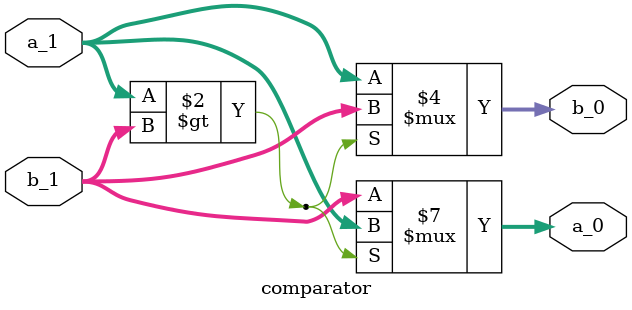
<source format=v>
module comparator(
    input [5:0] a_1,
    input [5:0] b_1,
    output reg [5:0] a_0,
    output reg [5:0] b_0
);

    always @(a_1, b_1) begin
        if (a_1 > b_1) begin
            a_0 = a_1;
            b_0 = b_1;
        end
        else begin
            a_0 = b_1;
            b_0 = a_1;
        end
    end
endmodule
</source>
